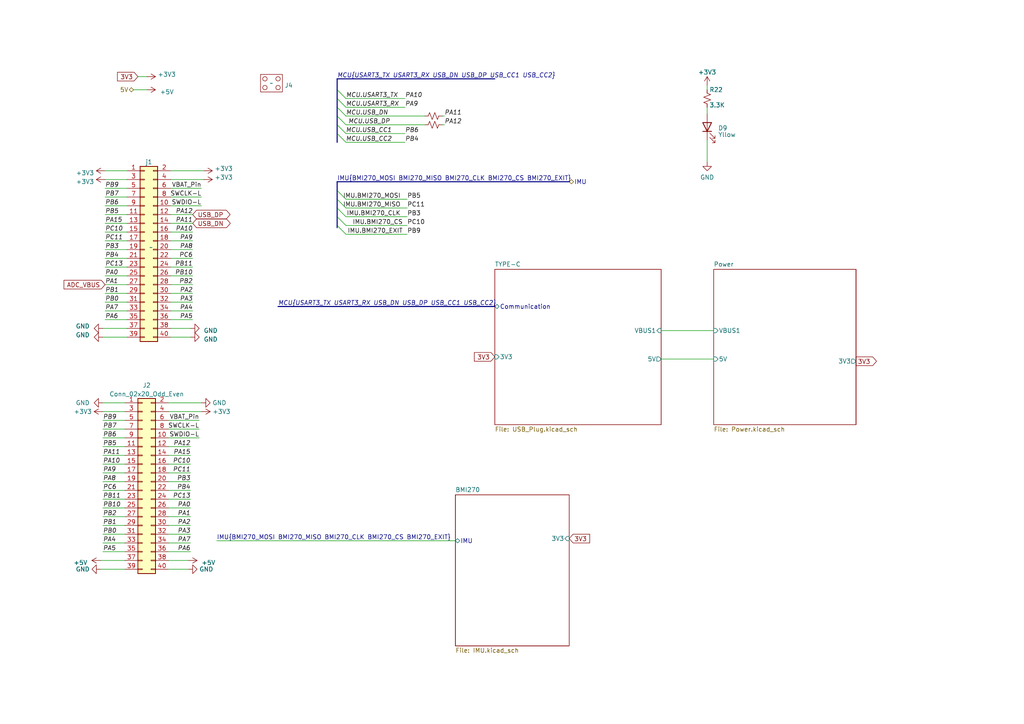
<source format=kicad_sch>
(kicad_sch (version 20230121) (generator eeschema)
  (paper "A4")
  (lib_symbols
    (symbol "BTB_0.8_2X20P_1"
      (property "Reference" "j" (at -1.905 23.495 0))
      (symbol "BTB_0.8_2X20P_1_1_1"
        (rectangle (start -2.54 -27.813) (end -1.27 -28.067) (stroke (width 0.1524)))
        (rectangle (start -2.54 -25.273) (end -1.27 -25.527) (stroke (width 0.1524)))
        (rectangle (start -2.54 -22.733) (end -1.27 -22.987) (stroke (width 0.1524)))
        (rectangle (start -2.54 -20.193) (end -1.27 -20.447) (stroke (width 0.1524)))
        (rectangle (start -2.54 -17.653) (end -1.27 -17.907) (stroke (width 0.1524)))
        (rectangle (start -2.54 -15.113) (end -1.27 -15.367) (stroke (width 0.1524)))
        (rectangle (start -2.54 -12.573) (end -1.27 -12.827) (stroke (width 0.1524)))
        (rectangle (start -2.54 -10.033) (end -1.27 -10.287) (stroke (width 0.1524)))
        (rectangle (start -2.54 -7.493) (end -1.27 -7.747) (stroke (width 0.1524)))
        (rectangle (start -2.54 -4.953) (end -1.27 -5.207) (stroke (width 0.1524)))
        (rectangle (start -2.54 -2.413) (end -1.27 -2.667) (stroke (width 0.1524)))
        (rectangle (start -2.54 0.127) (end -1.27 -0.127) (stroke (width 0.1524)))
        (rectangle (start -2.54 2.667) (end -1.27 2.413) (stroke (width 0.1524)))
        (rectangle (start -2.54 5.207) (end -1.27 4.953) (stroke (width 0.1524)))
        (rectangle (start -2.54 7.747) (end -1.27 7.493) (stroke (width 0.1524)))
        (rectangle (start -2.54 10.287) (end -1.27 10.033) (stroke (width 0.1524)))
        (rectangle (start -2.54 12.827) (end -1.27 12.573) (stroke (width 0.1524)))
        (rectangle (start -2.54 15.367) (end -1.27 15.113) (stroke (width 0.1524)))
        (rectangle (start -2.54 17.907) (end -1.27 17.653) (stroke (width 0.1524)))
        (rectangle (start -2.54 20.447) (end -1.27 20.193) (stroke (width 0.1524)))
        (rectangle (start -2.54 21.59) (end 2.54 -29.21) (stroke (width 0.254)) (fill (type background)))
        (rectangle (start 2.54 -27.813) (end 1.27 -28.067) (stroke (width 0.1524)))
        (rectangle (start 2.54 -25.273) (end 1.27 -25.527) (stroke (width 0.1524)))
        (rectangle (start 2.54 -22.733) (end 1.27 -22.987) (stroke (width 0.1524)))
        (rectangle (start 2.54 -20.193) (end 1.27 -20.447) (stroke (width 0.1524)))
        (rectangle (start 2.54 -17.653) (end 1.27 -17.907) (stroke (width 0.1524)))
        (rectangle (start 2.54 -15.113) (end 1.27 -15.367) (stroke (width 0.1524)))
        (rectangle (start 2.54 -12.573) (end 1.27 -12.827) (stroke (width 0.1524)))
        (rectangle (start 2.54 -10.033) (end 1.27 -10.287) (stroke (width 0.1524)))
        (rectangle (start 2.54 -7.493) (end 1.27 -7.747) (stroke (width 0.1524)))
        (rectangle (start 2.54 -4.953) (end 1.27 -5.207) (stroke (width 0.1524)))
        (rectangle (start 2.54 -2.413) (end 1.27 -2.667) (stroke (width 0.1524)))
        (rectangle (start 2.54 0.127) (end 1.27 -0.127) (stroke (width 0.1524)))
        (rectangle (start 2.54 2.667) (end 1.27 2.413) (stroke (width 0.1524)))
        (rectangle (start 2.54 5.207) (end 1.27 4.953) (stroke (width 0.1524)))
        (rectangle (start 2.54 7.747) (end 1.27 7.493) (stroke (width 0.1524)))
        (rectangle (start 2.54 10.287) (end 1.27 10.033) (stroke (width 0.1524)))
        (rectangle (start 2.54 12.827) (end 1.27 12.573) (stroke (width 0.1524)))
        (rectangle (start 2.54 15.367) (end 1.27 15.113) (stroke (width 0.1524)))
        (rectangle (start 2.54 17.907) (end 1.27 17.653) (stroke (width 0.1524)))
        (rectangle (start 2.54 20.447) (end 1.27 20.193) (stroke (width 0.1524)))
        (pin passive line (at -6.35 20.32 0) (length 3.81) (name "") (number "1"))
        (pin passive line (at 6.35 10.16 180) (length 3.81) (name "") (number "10"))
        (pin passive line (at -6.35 7.62 0) (length 3.81) (name "") (number "11"))
        (pin passive line (at 6.35 7.62 180) (length 3.81) (name "") (number "12"))
        (pin passive line (at -6.35 5.08 0) (length 3.81) (name "") (number "13"))
        (pin passive line (at 6.35 5.08 180) (length 3.81) (name "") (number "14"))
        (pin passive line (at -6.35 2.54 0) (length 3.81) (name "") (number "15"))
        (pin passive line (at 6.35 2.54 180) (length 3.81) (name "") (number "16"))
        (pin passive line (at -6.35 0 0) (length 3.81) (name "") (number "17"))
        (pin passive line (at 6.35 0 180) (length 3.81) (name "") (number "18"))
        (pin passive line (at -6.35 -2.54 0) (length 3.81) (name "") (number "19"))
        (pin passive line (at 6.35 20.32 180) (length 3.81) (name "") (number "2"))
        (pin passive line (at 6.35 -2.54 180) (length 3.81) (name "") (number "20"))
        (pin passive line (at -6.35 -5.08 0) (length 3.81) (name "") (number "21"))
        (pin passive line (at 6.35 -5.08 180) (length 3.81) (name "") (number "22"))
        (pin passive line (at -6.35 -7.62 0) (length 3.81) (name "") (number "23"))
        (pin passive line (at 6.35 -7.62 180) (length 3.81) (name "") (number "24"))
        (pin passive line (at -6.35 -10.16 0) (length 3.81) (name "") (number "25"))
        (pin passive line (at 6.35 -10.16 180) (length 3.81) (name "") (number "26"))
        (pin passive line (at -6.35 -12.7 0) (length 3.81) (name "") (number "27"))
        (pin passive line (at 6.35 -12.7 180) (length 3.81) (name "") (number "28"))
        (pin passive line (at -6.35 -15.24 0) (length 3.81) (name "") (number "29"))
        (pin passive line (at -6.35 17.78 0) (length 3.81) (name "") (number "3"))
        (pin passive line (at 6.35 -15.24 180) (length 3.81) (name "") (number "30"))
        (pin passive line (at -6.35 -17.78 0) (length 3.81) (name "") (number "31"))
        (pin passive line (at 6.35 -17.78 180) (length 3.81) (name "") (number "32"))
        (pin passive line (at -6.35 -20.32 0) (length 3.81) (name "") (number "33"))
        (pin passive line (at 6.35 -20.32 180) (length 3.81) (name "") (number "34"))
        (pin passive line (at -6.35 -22.86 0) (length 3.81) (name "") (number "35"))
        (pin passive line (at 6.35 -22.86 180) (length 3.81) (name "") (number "36"))
        (pin passive line (at -6.35 -25.4 0) (length 3.81) (name "") (number "37"))
        (pin passive line (at 6.35 -25.4 180) (length 3.81) (name "") (number "38"))
        (pin passive line (at -6.35 -27.94 0) (length 3.81) (name "") (number "39"))
        (pin passive line (at 6.35 17.78 180) (length 3.81) (name "") (number "4"))
        (pin passive line (at 6.35 -27.94 180) (length 3.81) (name "") (number "40"))
        (pin passive line (at -6.35 15.24 0) (length 3.81) (name "") (number "5"))
        (pin passive line (at 6.35 15.24 180) (length 3.81) (name "") (number "6"))
        (pin passive line (at -6.35 12.7 0) (length 3.81) (name "") (number "7"))
        (pin passive line (at 6.35 12.7 180) (length 3.81) (name "") (number "8"))
        (pin passive line (at -6.35 10.16 0) (length 3.81) (name "") (number "9"))
      )
    )
    (symbol "Connector_Generic:Conn_02x20_Odd_Even" (pin_names (offset 1.016) hide)
      (property "Reference" "J" (at 1.27 25.4 0))
      (property "Value" "Conn_02x20_Odd_Even" (at 1.27 -27.94 0))
      (symbol "Conn_02x20_Odd_Even_1_1"
        (rectangle (start -1.27 -25.273) (end 0 -25.527) (stroke (width 0.1524)))
        (rectangle (start -1.27 -22.733) (end 0 -22.987) (stroke (width 0.1524)))
        (rectangle (start -1.27 -20.193) (end 0 -20.447) (stroke (width 0.1524)))
        (rectangle (start -1.27 -17.653) (end 0 -17.907) (stroke (width 0.1524)))
        (rectangle (start -1.27 -15.113) (end 0 -15.367) (stroke (width 0.1524)))
        (rectangle (start -1.27 -12.573) (end 0 -12.827) (stroke (width 0.1524)))
        (rectangle (start -1.27 -10.033) (end 0 -10.287) (stroke (width 0.1524)))
        (rectangle (start -1.27 -7.493) (end 0 -7.747) (stroke (width 0.1524)))
        (rectangle (start -1.27 -4.953) (end 0 -5.207) (stroke (width 0.1524)))
        (rectangle (start -1.27 -2.413) (end 0 -2.667) (stroke (width 0.1524)))
        (rectangle (start -1.27 0.127) (end 0 -0.127) (stroke (width 0.1524)))
        (rectangle (start -1.27 2.667) (end 0 2.413) (stroke (width 0.1524)))
        (rectangle (start -1.27 5.207) (end 0 4.953) (stroke (width 0.1524)))
        (rectangle (start -1.27 7.747) (end 0 7.493) (stroke (width 0.1524)))
        (rectangle (start -1.27 10.287) (end 0 10.033) (stroke (width 0.1524)))
        (rectangle (start -1.27 12.827) (end 0 12.573) (stroke (width 0.1524)))
        (rectangle (start -1.27 15.367) (end 0 15.113) (stroke (width 0.1524)))
        (rectangle (start -1.27 17.907) (end 0 17.653) (stroke (width 0.1524)))
        (rectangle (start -1.27 20.447) (end 0 20.193) (stroke (width 0.1524)))
        (rectangle (start -1.27 22.987) (end 0 22.733) (stroke (width 0.1524)))
        (rectangle (start -1.27 24.13) (end 3.81 -26.67) (stroke (width 0.254)) (fill (type background)))
        (rectangle (start 3.81 -25.273) (end 2.54 -25.527) (stroke (width 0.1524)))
        (rectangle (start 3.81 -22.733) (end 2.54 -22.987) (stroke (width 0.1524)))
        (rectangle (start 3.81 -20.193) (end 2.54 -20.447) (stroke (width 0.1524)))
        (rectangle (start 3.81 -17.653) (end 2.54 -17.907) (stroke (width 0.1524)))
        (rectangle (start 3.81 -15.113) (end 2.54 -15.367) (stroke (width 0.1524)))
        (rectangle (start 3.81 -12.573) (end 2.54 -12.827) (stroke (width 0.1524)))
        (rectangle (start 3.81 -10.033) (end 2.54 -10.287) (stroke (width 0.1524)))
        (rectangle (start 3.81 -7.493) (end 2.54 -7.747) (stroke (width 0.1524)))
        (rectangle (start 3.81 -4.953) (end 2.54 -5.207) (stroke (width 0.1524)))
        (rectangle (start 3.81 -2.413) (end 2.54 -2.667) (stroke (width 0.1524)))
        (rectangle (start 3.81 0.127) (end 2.54 -0.127) (stroke (width 0.1524)))
        (rectangle (start 3.81 2.667) (end 2.54 2.413) (stroke (width 0.1524)))
        (rectangle (start 3.81 5.207) (end 2.54 4.953) (stroke (width 0.1524)))
        (rectangle (start 3.81 7.747) (end 2.54 7.493) (stroke (width 0.1524)))
        (rectangle (start 3.81 10.287) (end 2.54 10.033) (stroke (width 0.1524)))
        (rectangle (start 3.81 12.827) (end 2.54 12.573) (stroke (width 0.1524)))
        (rectangle (start 3.81 15.367) (end 2.54 15.113) (stroke (width 0.1524)))
        (rectangle (start 3.81 17.907) (end 2.54 17.653) (stroke (width 0.1524)))
        (rectangle (start 3.81 20.447) (end 2.54 20.193) (stroke (width 0.1524)))
        (rectangle (start 3.81 22.987) (end 2.54 22.733) (stroke (width 0.1524)))
        (pin passive line (at -5.08 22.86 0) (length 3.81) (name "Pin_1") (number "1"))
        (pin passive line (at 7.62 12.7 180) (length 3.81) (name "Pin_10") (number "10"))
        (pin passive line (at -5.08 10.16 0) (length 3.81) (name "Pin_11") (number "11"))
        (pin passive line (at 7.62 10.16 180) (length 3.81) (name "Pin_12") (number "12"))
        (pin passive line (at -5.08 7.62 0) (length 3.81) (name "Pin_13") (number "13"))
        (pin passive line (at 7.62 7.62 180) (length 3.81) (name "Pin_14") (number "14"))
        (pin passive line (at -5.08 5.08 0) (length 3.81) (name "Pin_15") (number "15"))
        (pin passive line (at 7.62 5.08 180) (length 3.81) (name "Pin_16") (number "16"))
        (pin passive line (at -5.08 2.54 0) (length 3.81) (name "Pin_17") (number "17"))
        (pin passive line (at 7.62 2.54 180) (length 3.81) (name "Pin_18") (number "18"))
        (pin passive line (at -5.08 0 0) (length 3.81) (name "Pin_19") (number "19"))
        (pin passive line (at 7.62 22.86 180) (length 3.81) (name "Pin_2") (number "2"))
        (pin passive line (at 7.62 0 180) (length 3.81) (name "Pin_20") (number "20"))
        (pin passive line (at -5.08 -2.54 0) (length 3.81) (name "Pin_21") (number "21"))
        (pin passive line (at 7.62 -2.54 180) (length 3.81) (name "Pin_22") (number "22"))
        (pin passive line (at -5.08 -5.08 0) (length 3.81) (name "Pin_23") (number "23"))
        (pin passive line (at 7.62 -5.08 180) (length 3.81) (name "Pin_24") (number "24"))
        (pin passive line (at -5.08 -7.62 0) (length 3.81) (name "Pin_25") (number "25"))
        (pin passive line (at 7.62 -7.62 180) (length 3.81) (name "Pin_26") (number "26"))
        (pin passive line (at -5.08 -10.16 0) (length 3.81) (name "Pin_27") (number "27"))
        (pin passive line (at 7.62 -10.16 180) (length 3.81) (name "Pin_28") (number "28"))
        (pin passive line (at -5.08 -12.7 0) (length 3.81) (name "Pin_29") (number "29"))
        (pin passive line (at -5.08 20.32 0) (length 3.81) (name "Pin_3") (number "3"))
        (pin passive line (at 7.62 -12.7 180) (length 3.81) (name "Pin_30") (number "30"))
        (pin passive line (at -5.08 -15.24 0) (length 3.81) (name "Pin_31") (number "31"))
        (pin passive line (at 7.62 -15.24 180) (length 3.81) (name "Pin_32") (number "32"))
        (pin passive line (at -5.08 -17.78 0) (length 3.81) (name "Pin_33") (number "33"))
        (pin passive line (at 7.62 -17.78 180) (length 3.81) (name "Pin_34") (number "34"))
        (pin passive line (at -5.08 -20.32 0) (length 3.81) (name "Pin_35") (number "35"))
        (pin passive line (at 7.62 -20.32 180) (length 3.81) (name "Pin_36") (number "36"))
        (pin passive line (at -5.08 -22.86 0) (length 3.81) (name "Pin_37") (number "37"))
        (pin passive line (at 7.62 -22.86 180) (length 3.81) (name "Pin_38") (number "38"))
        (pin passive line (at -5.08 -25.4 0) (length 3.81) (name "Pin_39") (number "39"))
        (pin passive line (at 7.62 20.32 180) (length 3.81) (name "Pin_4") (number "4"))
        (pin passive line (at 7.62 -25.4 180) (length 3.81) (name "Pin_40") (number "40"))
        (pin passive line (at -5.08 17.78 0) (length 3.81) (name "Pin_5") (number "5"))
        (pin passive line (at 7.62 17.78 180) (length 3.81) (name "Pin_6") (number "6"))
        (pin passive line (at -5.08 15.24 0) (length 3.81) (name "Pin_7") (number "7"))
        (pin passive line (at 7.62 15.24 180) (length 3.81) (name "Pin_8") (number "8"))
        (pin passive line (at -5.08 12.7 0) (length 3.81) (name "Pin_9") (number "9"))
      )
    )
    (symbol "Device:LED" (pin_numbers hide) (pin_names (offset 1.016) hide)
      (property "Reference" "D" (at 0 2.54 0))
      (property "Value" "LED" (at 0 -2.54 0))
      (symbol "LED_0_1"
        (polyline (pts (xy -1.27 -1.27) (xy -1.27 1.27)) (stroke (width 0.254)))
        (polyline (pts (xy -1.27 0) (xy 1.27 0)))
        (polyline (pts (xy 1.27 -1.27) (xy 1.27 1.27) (xy -1.27 0) (xy 1.27 -1.27)) (stroke (width 0.254)))
        (polyline (pts (xy -3.048 -0.762) (xy -4.572 -2.286) (xy -3.81 -2.286) (xy -4.572 -2.286) (xy -4.572 -1.524)))
        (polyline (pts (xy -1.778 -0.762) (xy -3.302 -2.286) (xy -2.54 -2.286) (xy -3.302 -2.286) (xy -3.302 -1.524)))
      )
      (symbol "LED_1_1"
        (pin passive line (at -3.81 0 0) (length 2.54) (name "K") (number "1"))
        (pin passive line (at 3.81 0 180) (length 2.54) (name "A") (number "2"))
      )
    )
    (symbol "Device:R_Small_US" (pin_numbers hide) (pin_names (offset 0.254) hide)
      (property "Reference" "R" (at 0.762 0.508 0))
      (property "Value" "R_Small_US" (at 0.762 -1.016 0))
      (symbol "R_Small_US_1_1"
        (polyline (pts (xy 0 0) (xy 1.016 -0.381) (xy 0 -0.762) (xy -1.016 -1.143) (xy 0 -1.524)))
        (polyline (pts (xy 0 1.524) (xy 1.016 1.143) (xy 0 0.762) (xy -1.016 0.381) (xy 0 0)))
        (pin passive line (at 0 2.54 270) (length 1.016) (name "~") (number "1"))
        (pin passive line (at 0 -2.54 90) (length 1.016) (name "~") (number "2"))
      )
    )
    (symbol "PCM_4ms_Power-symbol:+5V" (power) (pin_names (offset 0))
      (property "Value" "+5V" (at 0 3.556 0))
      (symbol "+5V_0_1"
        (polyline (pts (xy -0.762 1.27) (xy 0 2.54)))
        (polyline (pts (xy 0 0) (xy 0 2.54)))
        (polyline (pts (xy 0 2.54) (xy 0.762 1.27)))
      )
      (symbol "+5V_1_1"
        (pin power_in line (at 0 0 90) (length 0) hide (name "+5V") (number "1"))
      )
    )
    (symbol "Power_System:Outline"
      (property "Reference" "J" (at 0 0 0))
      (symbol "Outline_0_1"
        (rectangle (start -3.175 2.54) (end 3.175 -2.54))
        (circle (center -1.905 -1.27) (radius 0.635))
        (circle (center -1.905 1.27) (radius 0.635))
        (circle (center 1.905 -1.27) (radius 0.635))
        (circle (center 1.905 1.27) (radius 0.635))
      )
    )
    (symbol "power:+3V3" (power) (pin_names (offset 0))
      (property "Value" "+3V3" (at 0 3.556 0))
      (symbol "+3V3_0_1"
        (polyline (pts (xy -0.762 1.27) (xy 0 2.54)))
        (polyline (pts (xy 0 0) (xy 0 2.54)))
        (polyline (pts (xy 0 2.54) (xy 0.762 1.27)))
      )
      (symbol "+3V3_1_1"
        (pin power_in line (at 0 0 90) (length 0) hide (name "+3V3") (number "1"))
      )
    )
    (symbol "power:GND" (power) (pin_names (offset 0))
      (property "Value" "GND" (at 0 -3.81 0))
      (symbol "GND_0_1"
        (polyline (pts (xy 0 0) (xy 0 -1.27) (xy 1.27 -1.27) (xy 0 -2.54) (xy -1.27 -1.27) (xy 0 -1.27)))
      )
      (symbol "GND_1_1"
        (pin power_in line (at 0 0 270) (length 0) hide (name "GND") (number "1"))
      )
    )
  )
  (bus_entry (at 97.79 65.405) (size 2.54 2.54))
  (bus_entry (at 97.79 33.655) (size 2.54 2.54))
  (bus_entry (at 97.79 26.035) (size 2.54 2.54))
  (bus_entry (at 97.79 28.575) (size 2.54 2.54))
  (bus_entry (at 97.79 36.195) (size 2.54 2.54))
  (bus_entry (at 97.79 57.785) (size 2.54 2.54))
  (bus_entry (at 97.79 38.735) (size 2.54 2.54))
  (bus_entry (at 97.79 62.865) (size 2.54 2.54))
  (bus_entry (at 97.79 55.245) (size 2.54 2.54))
  (bus_entry (at 97.79 31.115) (size 2.54 2.54))
  (bus_entry (at 97.79 60.325) (size 2.54 2.54))
  (wire (pts (xy 205.105 26.035) (xy 205.105 24.765)))
  (wire (pts (xy 57.785 124.46) (xy 48.895 124.46)))
  (wire (pts (xy 30.48 85.09) (xy 36.83 85.09)))
  (wire (pts (xy 29.845 119.38) (xy 36.195 119.38)))
  (wire (pts (xy 29.845 121.92) (xy 36.195 121.92)))
  (wire (pts (xy 100.33 38.735) (xy 117.475 38.735)))
  (wire (pts (xy 30.48 90.17) (xy 36.83 90.17)))
  (wire (pts (xy 49.53 64.77) (xy 55.88 64.77)))
  (wire (pts (xy 100.33 65.405) (xy 118.11 65.405)))
  (wire (pts (xy 29.845 97.79) (xy 36.83 97.79)))
  (wire (pts (xy 58.42 119.38) (xy 48.895 119.38)))
  (wire (pts (xy 36.195 152.4) (xy 29.845 152.4)))
  (wire (pts (xy 29.845 95.25) (xy 36.83 95.25)))
  (wire (pts (xy 36.195 137.16) (xy 29.845 137.16)))
  (wire (pts (xy 55.88 77.47) (xy 49.53 77.47)))
  (wire (pts (xy 36.83 69.85) (xy 30.48 69.85)))
  (wire (pts (xy 100.33 60.325) (xy 118.11 60.325)))
  (wire (pts (xy 38.735 26.035) (xy 42.545 26.035)))
  (wire (pts (xy 191.77 104.14) (xy 207.01 104.14)))
  (wire (pts (xy 205.105 40.64) (xy 205.105 46.99)))
  (wire (pts (xy 30.48 49.53) (xy 36.83 49.53)))
  (bus (pts (xy 97.79 55.245) (xy 97.79 57.785)))
  (bus (pts (xy 97.79 28.575) (xy 97.79 26.035)))
  (wire (pts (xy 55.245 134.62) (xy 48.895 134.62)))
  (wire (pts (xy 55.245 160.02) (xy 48.895 160.02)))
  (wire (pts (xy 49.53 74.93) (xy 55.88 74.93)))
  (wire (pts (xy 59.055 52.07) (xy 49.53 52.07)))
  (wire (pts (xy 42.545 22.225) (xy 40.005 22.225)))
  (wire (pts (xy 30.48 67.31) (xy 36.83 67.31)))
  (wire (pts (xy 58.42 59.69) (xy 49.53 59.69)))
  (wire (pts (xy 30.48 72.39) (xy 36.83 72.39)))
  (wire (pts (xy 48.895 137.16) (xy 55.245 137.16)))
  (wire (pts (xy 54.61 165.1) (xy 48.895 165.1)))
  (wire (pts (xy 36.83 62.23) (xy 30.48 62.23)))
  (bus (pts (xy 97.79 38.735) (xy 97.79 41.275)))
  (bus (pts (xy 97.79 60.325) (xy 97.79 62.865)))
  (bus (pts (xy 97.79 31.115) (xy 97.79 28.575)))
  (bus (pts (xy 97.79 52.705) (xy 165.1 52.705)))
  (bus (pts (xy 97.79 33.655) (xy 97.79 36.195)))
  (wire (pts (xy 30.48 80.01) (xy 36.83 80.01)))
  (wire (pts (xy 29.845 134.62) (xy 36.195 134.62)))
  (bus (pts (xy 80.645 88.9) (xy 143.51 88.9)))
  (wire (pts (xy 58.42 116.84) (xy 48.895 116.84)))
  (wire (pts (xy 48.895 144.78) (xy 55.245 144.78)))
  (wire (pts (xy 191.77 95.885) (xy 207.01 95.885)))
  (wire (pts (xy 58.42 57.15) (xy 49.53 57.15)))
  (wire (pts (xy 48.895 149.86) (xy 55.245 149.86)))
  (bus (pts (xy 97.79 52.705) (xy 97.79 55.245)))
  (bus (pts (xy 97.79 22.86) (xy 143.51 22.86)))
  (wire (pts (xy 48.895 132.08) (xy 55.245 132.08)))
  (wire (pts (xy 100.33 28.575) (xy 117.475 28.575)))
  (wire (pts (xy 36.83 64.77) (xy 30.48 64.77)))
  (wire (pts (xy 36.83 59.69) (xy 30.48 59.69)))
  (bus (pts (xy 97.79 26.035) (xy 97.79 22.86)))
  (wire (pts (xy 55.88 67.31) (xy 49.53 67.31)))
  (bus (pts (xy 97.79 62.865) (xy 97.79 65.405)))
  (wire (pts (xy 205.105 31.115) (xy 205.105 33.02)))
  (wire (pts (xy 30.48 92.71) (xy 36.83 92.71)))
  (wire (pts (xy 55.245 152.4) (xy 48.895 152.4)))
  (wire (pts (xy 36.195 127) (xy 29.845 127)))
  (wire (pts (xy 29.845 116.84) (xy 36.195 116.84)))
  (wire (pts (xy 55.245 154.94) (xy 48.895 154.94)))
  (wire (pts (xy 36.83 82.55) (xy 30.48 82.55)))
  (wire (pts (xy 49.53 85.09) (xy 55.88 85.09)))
  (wire (pts (xy 36.195 142.24) (xy 29.845 142.24)))
  (wire (pts (xy 36.83 77.47) (xy 30.48 77.47)))
  (wire (pts (xy 55.88 62.23) (xy 49.53 62.23)))
  (wire (pts (xy 55.88 82.55) (xy 49.53 82.55)))
  (wire (pts (xy 29.845 157.48) (xy 36.195 157.48)))
  (wire (pts (xy 55.88 72.39) (xy 49.53 72.39)))
  (wire (pts (xy 29.845 144.78) (xy 36.195 144.78)))
  (wire (pts (xy 48.895 142.24) (xy 55.245 142.24)))
  (wire (pts (xy 55.245 139.7) (xy 48.895 139.7)))
  (wire (pts (xy 59.055 49.53) (xy 49.53 49.53)))
  (wire (pts (xy 30.48 87.63) (xy 36.83 87.63)))
  (wire (pts (xy 55.88 92.71) (xy 49.53 92.71)))
  (wire (pts (xy 36.195 129.54) (xy 29.845 129.54)))
  (wire (pts (xy 36.195 147.32) (xy 29.845 147.32)))
  (bus (pts (xy 97.79 57.785) (xy 97.79 60.325)))
  (bus (pts (xy 97.79 33.655) (xy 97.79 31.115)))
  (wire (pts (xy 55.245 97.79) (xy 49.53 97.79)))
  (wire (pts (xy 57.785 127) (xy 48.895 127)))
  (wire (pts (xy 55.88 87.63) (xy 49.53 87.63)))
  (wire (pts (xy 49.53 80.01) (xy 55.88 80.01)))
  (wire (pts (xy 29.845 139.7) (xy 36.195 139.7)))
  (wire (pts (xy 55.245 129.54) (xy 48.895 129.54)))
  (wire (pts (xy 62.865 156.845) (xy 132.08 156.845)))
  (wire (pts (xy 36.195 132.08) (xy 29.845 132.08)))
  (wire (pts (xy 100.33 36.195) (xy 123.19 36.195)))
  (wire (pts (xy 128.905 33.655) (xy 128.27 33.655)))
  (wire (pts (xy 58.42 54.61) (xy 49.53 54.61)))
  (wire (pts (xy 54.61 162.56) (xy 48.895 162.56)))
  (wire (pts (xy 49.53 69.85) (xy 55.88 69.85)))
  (wire (pts (xy 55.88 90.17) (xy 49.53 90.17)))
  (wire (pts (xy 100.33 33.655) (xy 123.19 33.655)))
  (wire (pts (xy 29.845 160.02) (xy 36.195 160.02)))
  (wire (pts (xy 29.845 149.86) (xy 36.195 149.86)))
  (wire (pts (xy 29.845 124.46) (xy 36.195 124.46)))
  (wire (pts (xy 36.83 74.93) (xy 30.48 74.93)))
  (wire (pts (xy 29.21 162.56) (xy 36.195 162.56)))
  (wire (pts (xy 100.33 62.865) (xy 118.11 62.865)))
  (wire (pts (xy 30.48 57.15) (xy 36.83 57.15)))
  (wire (pts (xy 128.905 36.195) (xy 128.27 36.195)))
  (wire (pts (xy 29.21 165.1) (xy 36.195 165.1)))
  (wire (pts (xy 55.245 147.32) (xy 48.895 147.32)))
  (wire (pts (xy 55.245 95.25) (xy 49.53 95.25)))
  (wire (pts (xy 100.33 31.115) (xy 117.475 31.115)))
  (wire (pts (xy 100.33 41.275) (xy 117.475 41.275)))
  (wire (pts (xy 57.785 121.92) (xy 48.895 121.92)))
  (bus (pts (xy 97.79 36.195) (xy 97.79 38.735)))
  (wire (pts (xy 29.845 154.94) (xy 36.195 154.94)))
  (bus (pts (xy 97.79 65.405) (xy 97.79 66.04)))
  (wire (pts (xy 100.33 67.945) (xy 118.11 67.945)))
  (wire (pts (xy 100.33 57.785) (xy 118.11 57.785)))
  (wire (pts (xy 30.48 52.07) (xy 36.83 52.07)))
  (wire (pts (xy 30.48 54.61) (xy 36.83 54.61)))
  (wire (pts (xy 55.245 157.48) (xy 48.895 157.48)))
  (label "PA8" (at 29.845 139.7 0) (effects (font italic)))
  (label "PB1" (at 30.48 85.09 0) (effects (font italic)))
  (label "PA7" (at 55.245 157.48 180) (effects (font italic)))
  (label "IMU{BMI270_MOSI BMI270_MISO BMI270_CLK BMI270_CS BMI270_EXIT}" (at 62.865 156.845 0))
  (label "MCU{USART3_TX USART3_RX USB_DN USB_DP USB_CC1 USB_CC2}" (at 80.645 88.9 0) (effects (font italic)))
  (label "PC6" (at 29.845 142.24 0) (effects (font italic)))
  (label "IMU.BMI270_CLK" (at 116.205 62.865 180))
  (label "PA3" (at 55.245 154.94 180) (effects (font italic)))
  (label "PB3" (at 55.245 139.7 180) (effects (font italic)))
  (label "PA12" (at 55.245 129.54 180) (effects (font italic)))
  (label "MCU.USB_CC1" (at 113.665 38.735 180) (effects (font italic)))
  (label "PA11" (at 29.845 132.08 0) (effects (font italic)))
  (label "PA1" (at 30.48 82.55 0) (effects (font italic)))
  (label "PC13" (at 55.245 144.78 180) (effects (font italic)))
  (label "PB4" (at 30.48 74.93 0) (effects (font italic)))
  (label "PA7" (at 30.48 90.17 0) (effects (font italic)))
  (label "MCU.USB_CC2" (at 113.665 41.275 180) (effects (font italic)))
  (label "PA6" (at 30.48 92.71 0) (effects (font italic)))
  (label "PB5" (at 29.845 129.54 0) (effects (font italic)))
  (label "PA9" (at 117.475 31.115 0) (effects (font italic)))
  (label "PB11" (at 55.88 77.47 180) (effects (font italic)))
  (label "PB1" (at 29.845 152.4 0) (effects (font italic)))
  (label "PB2" (at 55.88 82.55 180) (effects (font italic)))
  (label "PC11" (at 30.48 69.85 0) (effects (font italic)))
  (label "MCU.USB_DN" (at 100.33 33.655 0) (effects (font italic)))
  (label "PC10" (at 55.245 134.62 180) (effects (font italic)))
  (label "IMU.BMI270_MOSI" (at 116.205 57.785 180))
  (label "PB4" (at 117.475 41.275 0) (effects (font italic)))
  (label "PA12" (at 55.88 62.23 180) (effects (font italic)))
  (label "PA4" (at 29.845 157.48 0) (effects (font italic)))
  (label "PA4" (at 55.88 90.17 180) (effects (font italic)))
  (label "PB2" (at 29.845 149.86 0) (effects (font italic)))
  (label "PC13" (at 30.48 77.47 0) (effects (font italic)))
  (label "VBAT_Pin" (at 58.42 54.61 180))
  (label "PA9" (at 55.88 69.85 180) (effects (font italic)))
  (label "SWDIO-L" (at 58.42 59.69 180))
  (label "MCU.USART3_TX" (at 100.33 28.575 0) (effects (font italic)))
  (label "MCU{USART3_TX USART3_RX USB_DN USB_DP USB_CC1 USB_CC2}" (at 97.79 22.86 0) (effects (font italic)))
  (label "PA11" (at 128.905 33.655 0) (effects (font italic)))
  (label "PB9" (at 29.845 121.92 0) (effects (font italic)))
  (label "PC10" (at 118.11 65.405 0))
  (label "PB6" (at 29.845 127 0) (effects (font italic)))
  (label "PA0" (at 30.48 80.01 0) (effects (font italic)))
  (label "PB0" (at 30.48 87.63 0) (effects (font italic)))
  (label "VBAT_Pin" (at 57.785 121.92 180))
  (label "PC11" (at 118.11 60.325 0))
  (label "PA15" (at 30.48 64.77 0) (effects (font italic)))
  (label "PA2" (at 55.245 152.4 180) (effects (font italic)))
  (label "PB7" (at 29.845 124.46 0) (effects (font italic)))
  (label "PA10" (at 117.475 28.575 0) (effects (font italic)))
  (label "PB10" (at 29.845 147.32 0) (effects (font italic)))
  (label "PA9" (at 29.845 137.16 0) (effects (font italic)))
  (label "PB6" (at 30.48 59.69 0) (effects (font italic)))
  (label "PB10" (at 55.88 80.01 180) (effects (font italic)))
  (label "PA5" (at 55.88 92.71 180) (effects (font italic)))
  (label "PC10" (at 30.48 67.31 0) (effects (font italic)))
  (label "PB5" (at 30.48 62.23 0) (effects (font italic)))
  (label "PA10" (at 55.88 67.31 180) (effects (font italic)))
  (label "PA1" (at 55.245 149.86 180) (effects (font italic)))
  (label "IMU.BMI270_EXIT" (at 116.84 67.945 180))
  (label "PA12" (at 128.905 36.195 0) (effects (font italic)))
  (label "PC11" (at 55.245 137.16 180) (effects (font italic)))
  (label "PB0" (at 29.845 154.94 0) (effects (font italic)))
  (label "IMU.BMI270_CS" (at 116.84 65.405 180))
  (label "PA11" (at 55.88 64.77 180) (effects (font italic)))
  (label "SWDIO-L" (at 57.785 127 180))
  (label "PB4" (at 55.245 142.24 180) (effects (font italic)))
  (label "PA2" (at 55.88 85.09 180) (effects (font italic)))
  (label "MCU.USART3_RX" (at 100.33 31.115 0) (effects (font italic)))
  (label "PA8" (at 55.88 72.39 180) (effects (font italic)))
  (label "PB7" (at 30.48 57.15 0) (effects (font italic)))
  (label "IMU{BMI270_MOSI BMI270_MISO BMI270_CLK BMI270_CS BMI270_EXIT}" (at 97.79 52.705 0))
  (label "PB11" (at 29.845 144.78 0) (effects (font italic)))
  (label "MCU.USB_DP" (at 100.965 36.195 0) (effects (font italic)))
  (label "PB3" (at 30.48 72.39 0) (effects (font italic)))
  (label "PB9" (at 30.48 54.61 0) (effects (font italic)))
  (label "SWCLK-L" (at 58.42 57.15 180))
  (label "PA15" (at 55.245 132.08 180) (effects (font italic)))
  (label "PB9" (at 118.11 67.945 0))
  (label "PC6" (at 55.88 74.93 180) (effects (font italic)))
  (label "PA0" (at 55.245 147.32 180) (effects (font italic)))
  (label "IMU.BMI270_MISO" (at 116.205 60.325 180))
  (label "PB3" (at 118.11 62.865 0))
  (label "PA3" (at 55.88 87.63 180) (effects (font italic)))
  (label "PB5" (at 118.11 57.785 0))
  (label "PA10" (at 29.845 134.62 0) (effects (font italic)))
  (label "PA5" (at 29.845 160.02 0) (effects (font italic)))
  (label "SWCLK-L" (at 57.785 124.46 180))
  (label "PB6" (at 117.475 38.735 0) (effects (font italic)))
  (label "PA6" (at 55.245 160.02 180) (effects (font italic)))
  (global_label "3V3" (shape output) (at 248.285 104.775 0) (property "Intersheetrefs" "${INTERSHEET_REFS}" (effects hide)))
  (global_label "USB_DN" (shape bidirectional) (at 55.88 64.77 0) (property "Intersheetrefs" "${INTERSHEET_REFS}" (effects hide)))
  (global_label "ADC_VBUS" (shape input) (at 30.48 82.55 180) (property "Intersheetrefs" "${INTERSHEET_REFS}" (effects hide)))
  (global_label "3V3" (shape input) (at 143.51 103.505 180) (property "Intersheetrefs" "${INTERSHEET_REFS}" (effects hide)))
  (global_label "USB_DP" (shape bidirectional) (at 55.88 62.23 0) (property "Intersheetrefs" "${INTERSHEET_REFS}" (effects hide)))
  (global_label "3V3" (shape input) (at 40.005 22.225 180) (property "Intersheetrefs" "${INTERSHEET_REFS}" (effects hide)))
  (global_label "3V3" (shape input) (at 165.1 156.21 0) (property "Intersheetrefs" "${INTERSHEET_REFS}" (effects hide)))
  (hierarchical_label "IMU" (shape bidirectional) (at 165.1 52.705 0))
  (hierarchical_label "5V" (shape bidirectional) (at 38.735 26.035 180))
  (symbol (lib_id "power:GND") (at 55.245 97.79 90) (unit 1)
    (property "Reference" "#PWR08" (effects hide))
    (property "Value" "GND" (at 59.055 98.425 90) (effects (justify right)))
  )
  (symbol (lib_id "power:+3V3") (at 58.42 119.38 270) (unit 1)
    (property "Reference" "#PWR050" (effects hide))
    (property "Value" "+3V3" (at 61.595 119.38 90) (effects (justify left)))
  )
  (symbol (lib_id "power:GND") (at 58.42 116.84 90) (unit 1)
    (property "Reference" "#PWR049" (effects hide))
    (property "Value" "GND" (at 61.595 116.84 90) (effects (justify right)))
  )
  (symbol (lib_id "power:+3V3") (at 30.48 49.53 90) (unit 1)
    (property "Reference" "#PWR01" (effects hide))
    (property "Value" "+3V3" (at 27.305 50.165 90) (effects (justify left)))
  )
  (symbol (lib_id "Device:LED") (at 205.105 36.83 90) (unit 1)
    (property "Reference" "D9" (at 208.28 37.1474 90) (effects (justify right)))
    (property "Value" "Yllow" (at 208.28 39.0524 90) (effects (justify right)))
    (property "Footprint" "LED_SMD:LED_0402_1005Metric_Pad0.77x0.64mm_HandSolder" (effects hide))
  )
  (symbol (lib_id "Power_System:Outline") (at 78.74 24.13 0) (unit 1)
    (property "Reference" "J4" (at 82.55 24.765 0) (effects (justify left)))
    (property "Value" "~" (at 78.74 24.13 0))
    (property "Footprint" "Power_System:Afflatus-outline" (effects hide))
  )
  (symbol (lib_name "BTB_0.8_2X20P_1") (lib_id "Power_System:BTB_0.8_2X20P") (at 43.18 69.85 0) (unit 1)
    (property "Reference" "j1" (at 43.18 46.99 0))
    (property "Value" "~" (at 43.815 71.755 0))
    (property "Footprint" "Power_System:BTB_0.8_2X20P_M" (effects hide))
  )
  (symbol (lib_id "power:GND") (at 54.61 165.1 90) (unit 1)
    (property "Reference" "#PWR052" (effects hide))
    (property "Value" "GND" (at 57.785 165.1 90) (effects (justify right)))
  )
  (symbol (lib_id "Device:R_Small_US") (at 125.73 33.655 90) (unit 1)
    (property "Reference" "R20" (effects hide))
    (property "Value" "22R" (effects hide))
    (property "Footprint" "Resistor_SMD:R_0402_1005Metric" (effects hide))
  )
  (symbol (lib_id "power:GND") (at 29.845 97.79 270) (unit 1)
    (property "Reference" "#PWR07" (effects hide))
    (property "Value" "GND" (at 26.035 97.155 90) (effects (justify right)))
  )
  (symbol (lib_id "power:GND") (at 55.245 95.25 90) (unit 1)
    (property "Reference" "#PWR06" (effects hide))
    (property "Value" "GND" (at 59.055 95.885 90) (effects (justify right)))
  )
  (symbol (lib_id "power:+3V3") (at 59.055 49.53 270) (unit 1)
    (property "Reference" "#PWR02" (effects hide))
    (property "Value" "+3V3" (at 62.23 48.895 90) (effects (justify left)))
  )
  (symbol (lib_id "PCM_4ms_Power-symbol:+5V") (at 54.61 162.56 270) (unit 1)
    (property "Reference" "#PWR051" (effects hide))
    (property "Value" "+5V" (at 58.42 163.195 90) (effects (justify left)))
  )
  (symbol (lib_id "PCM_4ms_Power-symbol:+5V") (at 42.545 26.035 270) (unit 1)
    (property "Reference" "#PWR056" (effects hide))
    (property "Value" "+5V" (at 46.355 26.67 90) (effects (justify left)))
  )
  (symbol (lib_id "power:+3V3") (at 42.545 22.225 270) (unit 1)
    (property "Reference" "#PWR043" (effects hide))
    (property "Value" "+3V3" (at 45.72 21.59 90) (effects (justify left)))
  )
  (symbol (lib_id "power:GND") (at 29.845 116.84 270) (unit 1)
    (property "Reference" "#PWR045" (effects hide))
    (property "Value" "GND" (at 26.035 116.84 90) (effects (justify right)))
  )
  (symbol (lib_id "power:GND") (at 205.105 46.99 0) (unit 1)
    (property "Reference" "#PWR054" (effects hide))
    (property "Value" "GND" (at 205.105 51.435 0))
  )
  (symbol (lib_id "power:+3V3") (at 205.105 24.765 0) (unit 1)
    (property "Reference" "#PWR053" (effects hide))
    (property "Value" "+3V3" (at 205.105 20.955 0))
  )
  (symbol (lib_id "Connector_Generic:Conn_02x20_Odd_Even") (at 41.275 139.7 0) (unit 1)
    (property "Reference" "J2" (at 42.545 111.76 0))
    (property "Value" "Conn_02x20_Odd_Even" (at 42.545 114.3 0))
    (property "Footprint" "Connector_PinHeader_2.54mm:PinHeader_2x20_P2.54mm_Vertical_SMD" (effects hide))
  )
  (symbol (lib_id "PCM_4ms_Power-symbol:+5V") (at 29.21 162.56 90) (unit 1)
    (property "Reference" "#PWR047" (effects hide))
    (property "Value" "+5V" (at 25.4 163.195 90) (effects (justify left)))
  )
  (symbol (lib_id "Device:R_Small_US") (at 205.105 28.575 0) (unit 1)
    (property "Reference" "R22" (at 205.74 26.035 0) (effects (justify left)))
    (property "Value" "3.3K" (at 205.74 30.48 0) (effects (justify left)))
    (property "Footprint" "Resistor_SMD:R_0402_1005Metric" (effects hide))
  )
  (symbol (lib_id "power:+3V3") (at 30.48 52.07 90) (unit 1)
    (property "Reference" "#PWR03" (effects hide))
    (property "Value" "+3V3" (at 27.305 52.705 90) (effects (justify left)))
  )
  (symbol (lib_id "power:GND") (at 29.845 95.25 270) (unit 1)
    (property "Reference" "#PWR05" (effects hide))
    (property "Value" "GND" (at 26.035 94.615 90) (effects (justify right)))
  )
  (symbol (lib_id "power:GND") (at 29.21 165.1 270) (unit 1)
    (property "Reference" "#PWR048" (effects hide))
    (property "Value" "GND" (at 26.035 165.1 90) (effects (justify right)))
  )
  (symbol (lib_id "power:+3V3") (at 59.055 52.07 270) (unit 1)
    (property "Reference" "#PWR04" (effects hide))
    (property "Value" "+3V3" (at 62.23 51.435 90) (effects (justify left)))
  )
  (symbol (lib_id "Device:R_Small_US") (at 125.73 36.195 90) (unit 1)
    (property "Reference" "R21" (effects hide))
    (property "Value" "22R" (effects hide))
    (property "Footprint" "Resistor_SMD:R_0402_1005Metric" (effects hide))
  )
  (symbol (lib_id "power:+3V3") (at 29.845 119.38 90) (unit 1)
    (property "Reference" "#PWR046" (effects hide))
    (property "Value" "+3V3" (at 26.67 119.38 90) (effects (justify left)))
  )
  (sheet (at 132.08 143.51) (size 33.02 43.815) (stroke (width 0.1524))
    (property "Sheetname" "BMI270" (at 132.08 142.7984 0) (effects (justify left bottom)))
    (property "Sheetfile" "IMU.kicad_sch" (at 132.08 187.9096 0) (effects (justify left top)))
    (pin "3V3" input (at 165.1 156.21 0))
    (pin "IMU" bidirectional (at 132.08 156.845 180))
  )
  (sheet (at 143.51 78.105) (size 48.26 45.085) (stroke (width 0.1524))
    (property "Sheetname" "TYPE-C" (at 143.51 77.3934 0) (effects (justify left bottom)))
    (property "Sheetfile" "USB_Plug.kicad_sch" (at 143.51 123.7746 0) (effects (justify left top)))
    (pin "Communication" bidirectional (at 143.51 88.9 180))
    (pin "3V3" input (at 143.51 103.505 180))
    (pin "5V" output (at 191.77 104.14 0))
    (pin "VBUS1" input (at 191.77 95.885 0))
  )
  (sheet (at 207.01 78.105) (size 41.275 45.085) (stroke (width 0.1524))
    (property "Sheetname" "Power" (at 207.01 77.3934 0) (effects (justify left bottom)))
    (property "Sheetfile" "Power.kicad_sch" (at 207.01 123.7746 0) (effects (justify left top)))
    (pin "VBUS1" input (at 207.01 95.885 180))
    (pin "3V3" output (at 248.285 104.775 0))
    (pin "5V" input (at 207.01 104.14 180))
  )
)
</source>
